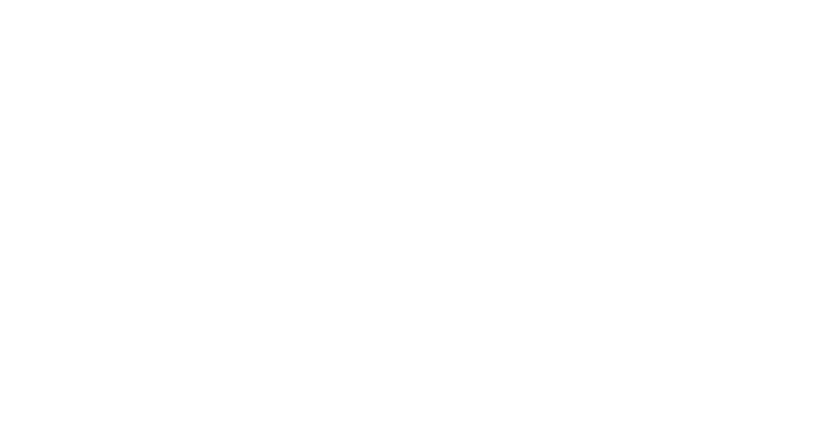
<source format=gbs>
*%FSLAX53Y53*%
*%MOMM*%
G01*
D22*
X229311Y185395D02*
D03*
X220802Y216002D02*
D03*
X286207Y185522D02*
D03*
Y220574D02*
D03*
D27*
X230835Y220955D02*
D03*
X233375Y218415D02*
D03*
Y220955D02*
D03*
X235915Y218415D02*
D03*
Y220955D02*
D03*
X238455Y218415D02*
D03*
Y220955D02*
D03*
X240995Y218415D02*
D03*
X243535D02*
D03*
Y220955D02*
D03*
X246075Y218415D02*
D03*
Y220955D02*
D03*
X248615Y218415D02*
D03*
Y220955D02*
D03*
X251155Y218415D02*
D03*
Y220955D02*
D03*
X253695Y218415D02*
D03*
Y220955D02*
D03*
X256235Y218415D02*
D03*
Y220955D02*
D03*
X258775Y218415D02*
D03*
Y220955D02*
D03*
X261315Y218415D02*
D03*
Y220955D02*
D03*
X263855Y218415D02*
D03*
Y220955D02*
D03*
X266395Y218415D02*
D03*
Y220955D02*
D03*
X268935Y218415D02*
D03*
Y220955D02*
D03*
X271475Y218415D02*
D03*
Y220955D02*
D03*
X274015Y218415D02*
D03*
Y220955D02*
D03*
X276555Y218415D02*
D03*
Y220955D02*
D03*
X279095Y218415D02*
D03*
Y220955D02*
D03*
X240995D02*
D03*
X230835Y218415D02*
D03*
Y211811D02*
D03*
X233375D02*
D03*
X235915D02*
D03*
X238455D02*
D03*
X240995D02*
D03*
X243535D02*
D03*
X246075D02*
D03*
X248615D02*
D03*
X251155D02*
D03*
X253695D02*
D03*
X256235D02*
D03*
X258775D02*
D03*
X251155Y186411D02*
D03*
D30*
X230835Y196571D02*
D03*
X261315Y211811D02*
D03*
X263855D02*
D03*
X266395D02*
D03*
X268935D02*
D03*
X271475D02*
D03*
X274015D02*
D03*
X276555D02*
D03*
X279095D02*
D03*
Y196571D02*
D03*
X276555D02*
D03*
X274015D02*
D03*
X271475D02*
D03*
X268935D02*
D03*
X266395D02*
D03*
X263855D02*
D03*
X261315D02*
D03*
X258775D02*
D03*
X256235D02*
D03*
X253695D02*
D03*
X251155D02*
D03*
X248615D02*
D03*
X246075D02*
D03*
X243535D02*
D03*
X240995D02*
D03*
X238455D02*
D03*
X235915D02*
D03*
X233375D02*
D03*
X271475Y186411D02*
D03*
X268935D02*
D03*
X266395D02*
D03*
X263855D02*
D03*
X261315D02*
D03*
X258775D02*
D03*
X253695D02*
D03*
X256235D02*
D03*
X248615D02*
D03*
X246075D02*
D03*
X243535D02*
D03*
X240995D02*
D03*
X238455D02*
D03*
X233375D02*
D03*
X235915D02*
D03*
X221691Y194793D02*
D03*
X225755D02*
D03*
X286715Y199111D02*
D03*
X284175D02*
D03*
X286715Y202159D02*
D03*
X284175D02*
D03*
X286715Y205207D02*
D03*
X284175D02*
D03*
X228295Y203683D02*
D03*
X251155D02*
D03*
X228295Y206731D02*
D03*
X251155D02*
D03*
X225755Y191999D02*
D03*
X235915D02*
D03*
X221691Y187173D02*
D03*
X225755D02*
D03*
X228295Y200635D02*
D03*
X251155D02*
D03*
X238455Y194158D02*
D03*
X263855D02*
D03*
X238455Y189586D02*
D03*
X251155D02*
D03*
X235915D02*
D03*
X225755D02*
D03*
X263855Y191745D02*
D03*
X251155D02*
D03*
X286715Y192888D02*
D03*
X281635D02*
D03*
Y190602D02*
D03*
X286715D02*
D03*
X276555Y186411D02*
D03*
X281635D02*
D03*
X271475Y192761D02*
D03*
X276555D02*
D03*
X225755Y200635D02*
D03*
X221691D02*
D03*
X224231Y220955D02*
D03*
Y210795D02*
D03*
X226771Y220955D02*
D03*
Y210795D02*
D03*
X225755Y206731D02*
D03*
X221691D02*
D03*
M02*

</source>
